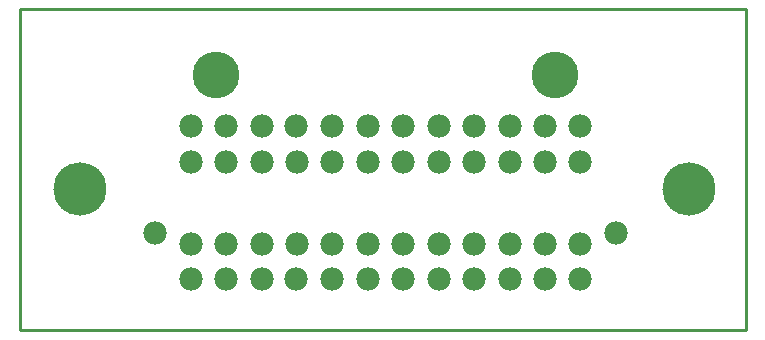
<source format=gbs>
G04*
G04 #@! TF.GenerationSoftware,Altium Limited,Altium Designer,18.1.11 (251)*
G04*
G04 Layer_Color=16711935*
%FSLAX25Y25*%
%MOIN*%
G70*
G01*
G75*
%ADD10C,0.01000*%
%ADD11C,0.17729*%
%ADD12C,0.07800*%
%ADD13C,0.15600*%
D10*
X174000Y379000D02*
X416000D01*
Y272000D02*
Y379000D01*
X174000Y272000D02*
X416000D01*
X174000D02*
Y379000D01*
D11*
X194000Y319000D02*
D03*
X397000D02*
D03*
D12*
X360900Y328200D02*
D03*
X349100D02*
D03*
Y340000D02*
D03*
X360900D02*
D03*
X242800Y328200D02*
D03*
X231000D02*
D03*
Y340000D02*
D03*
X242800D02*
D03*
X337300D02*
D03*
X254600D02*
D03*
Y328200D02*
D03*
X266400D02*
D03*
X266200Y340000D02*
D03*
X325400D02*
D03*
X290000D02*
D03*
X301800D02*
D03*
X278200D02*
D03*
X313600D02*
D03*
Y328200D02*
D03*
X278200D02*
D03*
X301800D02*
D03*
X290000D02*
D03*
X325400D02*
D03*
X337300D02*
D03*
X219200Y304500D02*
D03*
X372700D02*
D03*
X337300Y300800D02*
D03*
X325400D02*
D03*
X290000D02*
D03*
X301800D02*
D03*
X278200D02*
D03*
X313600D02*
D03*
Y289000D02*
D03*
X278200D02*
D03*
X301800D02*
D03*
X290000D02*
D03*
X325400D02*
D03*
X266200D02*
D03*
X266400Y300800D02*
D03*
X254600D02*
D03*
Y289000D02*
D03*
X337300D02*
D03*
X242800D02*
D03*
X231000D02*
D03*
Y300800D02*
D03*
X242800D02*
D03*
X360900Y289000D02*
D03*
X349100D02*
D03*
Y300800D02*
D03*
X360900D02*
D03*
D13*
X239400Y357000D02*
D03*
X352400D02*
D03*
M02*

</source>
